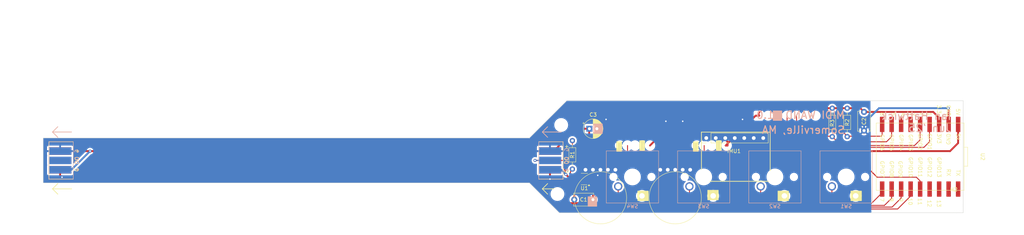
<source format=kicad_pcb>
(kicad_pcb (version 20240108) (generator "pcbnew") (generator_version "8.0")
  (layers (0 "F.Cu" signal) (31 "B.Cu" signal) (34 "B.Paste" user) (35 "F.Paste" user) (36 "B.SilkS" user "B.Silkscreen") (37 "F.SilkS" user "F.Silkscreen") (38 "B.Mask" user) (39 "F.Mask" user) (44 "Edge.Cuts" user))
  (net 0 "")
  (net 1 "/A1")
  (net 2 "+3.3V")
  (net 3 "GND")
  (net 4 "/A2")
  (net 5 "/A3")
  (net 6 "/A6")
  (net 7 "/A0")
  (net 8 "/A8")
  (net 9 "/SCL")
  (net 10 "/SDA")
  (net 11 "/A7")
  (net 12 "/A9")
  (net 13 "/D0")
  (net 17 "+5V")
  (net 18 "Net-(D1-DO)")
  (net 21 "Net-(R1-Pad1)")
  (footprint "ih_kicad:potentiometer_wheel_10mm_SMD-shield" (layer "F.Cu") (at 203 110 -90)
    (property "Reference" "RV2" (hide yes))
    (property "Value" "10k")
    (pad "1" thru_hole circle (at -7.5 4 270) (size 1.8 1.8) (drill 1) (layers "*.Cu" "*.Mask") (net 2 "+3.3V"))
    (pad "2" thru_hole circle (at -7.5 2 270) (size 1.8 1.8) (drill 1) (layers "*.Cu" "*.Mask") (net 3 "GND"))
    (pad "3" thru_hole circle (at -7.5 0 270) (size 1.8 1.8) (drill 1) (layers "*.Cu" "*.Mask"))
    (pad "4" thru_hole circle (at -7.5 -2 270) (size 1.8 1.8) (drill 1) (layers "*.Cu" "*.Mask") (net 1 "/A1"))
    (pad "5" thru_hole circle (at -7.5 -4 270) (size 1.8 1.8) (drill 1) (layers "*.Cu" "*.Mask") (net 3 "GND"))
    (pad "6" smd rect (at 2.5 -7.35 270) (size 2.6 5) (layers "F.Cu" "F.Paste" "F.Mask") (net 3 "GND"))
    (pad "6" smd rect (at 2.5 7.35 270) (size 2.6 5) (layers "F.Cu" "F.Paste" "F.Mask") (net 3 "GND"))
  )
  (footprint "Package_TO_SOT_SMD:TSOT-23-5_HandSoldering" (layer "F.Cu") (at 178.71 105 180)
    (property "Reference" "U1" (at 0 -2.45 0) (layer "F.SilkS"))
    (property "Value" "74AHCT1G125")
    (pad "1" smd roundrect (at -1.71 -0.95 180) (size 2 0.65) (layers "F.Cu" "F.Paste" "F.Mask") (net 3 "GND"))
    (pad "2" smd roundrect (at -1.71 0 180) (size 2 0.65) (layers "F.Cu" "F.Paste" "F.Mask") (net 13 "/D0"))
    (pad "3" smd roundrect (at -1.71 0.95 180) (size 2 0.65) (layers "F.Cu" "F.Paste" "F.Mask") (net 3 "GND"))
    (pad "4" smd roundrect (at 1.71 0.95 180) (size 2 0.65) (layers "F.Cu" "F.Paste" "F.Mask") (net 21 "Net-(R1-Pad1)"))
    (pad "5" smd roundrect (at 1.71 -0.95 180) (size 2 0.65) (layers "F.Cu" "F.Paste" "F.Mask") (net 17 "+5V"))
  )
  (footprint "ih_kicad:WS2812_PADS" (layer "F.Cu") (at 170 100 90)
    (property "Reference" "D1" (hide yes))
    (property "Value" "~")
    (fp_text user "+" (at 3 4.5 90) (layer "F.SilkS") (effects (justify left bottom)))
    (fp_text user "G" (at -3.5 4.541299 90) (layer "F.SilkS") (effects (justify left bottom)))
    (fp_text user "DO" (at -1.118063 4.5 90) (layer "F.SilkS") (effects (justify left bottom)))
    (pad "1" smd rect (at -2.5 -0.5 90) (size 2 6) (layers "F.Cu" "F.Paste" "F.Mask") (net 3 "GND"))
    (pad "2" smd rect (at 0 -0.5 90) (size 2 6) (layers "F.Cu" "F.Paste" "F.Mask") (net 18 "Net-(D1-DO)"))
    (pad "3" smd rect (at 2.5 -0.5 90) (size 2 6) (layers "F.Cu" "F.Paste" "F.Mask") (net 17 "+5V"))
  )
  (footprint "MountingHole:MountingHole_3.2mm_M3" (layer "F.Cu") (at 172.5 90.5)
    (property "Reference" "H4" (hide yes))
    (property "Value" "MountingHole")
    (pad "" np_thru_hole circle (at 0 0) (size 3.2 3.2) (drill 3.2) (layers "*.Cu" "*.Mask"))
  )
  (footprint "Connector_PinHeader_2.54mm:PinHeader_1x07_P2.54mm_Vertical" (layer "F.Cu") (at 211.3 94 90)
    (property "Reference" "IMU1" (at -3.5 7.41 180) (layer "F.SilkS"))
    (property "Value" "Conn_01x07_Pin" (hide yes))
    (pad "1" thru_hole rect (at 0 0 90) (size 1.7 1.7) (drill 1) (layers "*.Cu" "*.Mask") (net 2 "+3.3V"))
    (pad "2" thru_hole oval (at 0 2.54 90) (size 1.7 1.7) (drill 1) (layers "*.Cu" "*.Mask"))
    (pad "3" thru_hole oval (at 0 5.08 90) (size 1.7 1.7) (drill 1) (layers "*.Cu" "*.Mask") (net 3 "GND"))
    (pad "4" thru_hole oval (at 0 7.62 90) (size 1.7 1.7) (drill 1) (layers "*.Cu" "*.Mask") (net 9 "/SCL"))
    (pad "5" thru_hole oval (at 0 10.16 90) (size 1.7 1.7) (drill 1) (layers "*.Cu" "*.Mask") (net 10 "/SDA"))
    (pad "6" thru_hole oval (at 0 12.7 90) (size 1.7 1.7) (drill 1) (layers "*.Cu" "*.Mask"))
    (pad "7" thru_hole oval (at 0 15.24 90) (size 1.7 1.7) (drill 1) (layers "*.Cu" "*.Mask"))
  )
  (footprint "Resistor_THT:R_Axial_DIN0204_L3.6mm_D1.6mm_P7.62mm_Horizontal" (layer "F.Cu") (at 245 86 -90)
    (property "Reference" "R3" (at 4 0 90) (layer "F.SilkS"))
    (property "Value" "R")
    (pad "1" thru_hole circle (at 0 0 270) (size 1.4 1.4) (drill 0.7) (layers "*.Cu" "*.Mask") (net 2 "+3.3V"))
    (pad "2" thru_hole oval (at 7.62 0 270) (size 1.4 1.4) (drill 0.7) (layers "*.Cu" "*.Mask") (net 9 "/SCL"))
  )
  (footprint "ih_kicad:Wifiduino-ESP32S3-SMD" (layer "F.Cu") (at 268.5 99 -90)
    (property "Reference" "U2" (at 0 -16.74 -90) (layer "F.SilkS"))
    (property "Value" "~")
    (fp_text user "TX" (at 5.309999 -10.16 -90) (layer "F.SilkS") (effects (justify right)))
    (fp_text user "5V" (at -6.35 -10.16 -90) (layer "F.SilkS") (effects (justify left)))
    (fp_text user "GPIO2" (at -6.35 0 -90) (layer "F.SilkS") (effects (justify left)))
    (fp_text user "RX" (at 5.309999 -7.62 -90) (layer "F.SilkS") (effects (justify right)))
    (fp_text user "GND" (at -6.35 -7.62 90) (layer "F.SilkS") (effects (justify right)))
    (fp_text user "GPIO9" (at 1 5.309999 -90) (layer "F.SilkS") (effects (justify left)))
    (fp_text user "GPIO7" (at 1 10.16 -90) (layer "F.SilkS") (effects (justify left)))
    (fp_text user "GPIO11" (at 0 0 -90) (layer "F.SilkS") (effects (justify left)))
    (fp_text user "GPIO8" (at 1 7.62 -90) (layer "F.SilkS") (effects (justify left)))
    (fp_text user "GPIO10" (at 0 2.54 -90) (layer "F.SilkS") (effects (justify left)))
    (fp_text user "GPIO4" (at -6.120001 5.08 -90) (layer "F.SilkS") (effects (justify left)))
    (fp_text user "GPIO3" (at -6.120001 2.54 -90) (layer "F.SilkS") (effects (justify left)))
    (fp_text user "3V3" (at -6.35 -5.08 -90) (layer "F.SilkS") (effects (justify left)))
    (fp_text user "GPIO13" (at 0 -5.08 -90) (layer "F.SilkS") (effects (justify left)))
    (fp_text user "GPIO5" (at -6.120001 7.62 -90) (layer "F.SilkS") (effects (justify left)))
    (fp_text user "GPIO1" (at -6.35 -2.54 -90) (layer "F.SilkS") (effects (justify left)))
    (fp_text user "GPIO12" (at 0 -2.54 -90) (layer "F.SilkS") (effects (justify left)))
    (fp_text user "GPIO6" (at -6.120001 10.16 -90) (layer "F.SilkS") (effects (justify left)))
    (pad "1" smd custom (at -7.62 -10.16 180) (size 1.2 2) (layers "F.Cu" "F.Paste" "F.Mask") (net 17 "+5V") (options (clearance outline) (anchor rect)) (primitives (gr_poly (pts (xy -0.5 3) (xy -0.5 -0.5) (xy 0.5 -0.5) (xy 0.5 3)) (width 0.2) (fill yes))))
    (pad "2" smd custom (at -7.62 -7.62 180) (size 1.2 2) (layers "F.Cu" "F.Paste" "F.Mask") (net 3 "GND") (options (clearance outline) (anchor rect)) (primitives (gr_poly (pts (xy -0.5 3) (xy -0.5 -0.5) (xy 0.5 -0.5) (xy 0.5 3)) (width 0.2) (fill yes))))
    (pad "3" smd custom (at -7.62 -5.08 180) (size 1.2 2) (layers "F.Cu" "F.Paste" "F.Mask") (net 2 "+3.3V") (options (clearance outline) (anchor rect)) (primitives (gr_poly (pts (xy -0.5 3) (xy -0.5 -0.5) (xy 0.5 -0.5) (xy 0.5 3)) (width 0.2) (fill yes))))
    (pad "4" smd custom (at -7.62 -2.54 180) (size 1.2 2) (layers "F.Cu" "F.Paste" "F.Mask") (net 7 "/A0") (options (clearance outline) (anchor rect)) (primitives (gr_poly (pts (xy -0.5 3) (xy -0.5 -0.5) (xy 0.5 -0.5) (xy 0.5 3)) (width 0.2) (fill yes))))
    (pad "5" smd custom (at -7.62 0 180) (size 1.2 2) (layers "F.Cu" "F.Paste" "F.Mask") (net 1 "/A1") (options (clearance outline) (anchor rect)) (primitives (gr_poly (pts (xy -0.5 3) (xy -0.5 -0.5) (xy 0.5 -0.5) (xy 0.5 3)) (width 0.2) (fill yes))))
    (pad "6" smd custom (at -7.62 2.54 180) (size 1.2 2) (layers "F.Cu" "F.Paste" "F.Mask") (net 4 "/A2") (options (clearance outline) (anchor rect)) (primitives (gr_poly (pts (xy -0.5 3) (xy -0.5 -0.5) (xy 0.5 -0.5) (xy 0.5 3)) (width 0.2) (fill yes))))
    (pad "7" smd custom (at -7.62 5.08 180) (size 1.2 2) (layers "F.Cu" "F.Paste" "F.Mask") (net 5 "/A3") (options (clearance outline) (anchor rect)) (primitives (gr_poly (pts (xy -0.5 3) (xy -0.5 -0.5) (xy 0.5 -0.5) (xy 0.5 3)) (width 0.2) (fill yes))))
    (pad "8" smd custom (at -7.62 7.62 180) (size 1.2 2) (layers "F.Cu" "F.Paste" "F.Mask") (net 9 "/SCL") (options (clearance outline) (anchor rect)) (primitives (gr_poly (pts (xy -0.5 3) (xy -0.5 -0.5) (xy 0.5 -0.5) (xy 0.5 3)) (width 0.2) (fill yes))))
    (pad "9" smd custom (at -7.62 10.16 180) (size 1.2 2) (layers "F.Cu" "F.Paste" "F.Mask") (net 10 "/SDA") (options (clearance outline) (anchor rect)) (primitives (gr_poly (pts (xy -0.5 3) (xy -0.5 -0.5) (xy 0.5 -0.5) (xy 0.5 3)) (width 0.2) (fill yes))))
    (pad "10" smd custom (at 7.62 10.16) (size 1.2 2) (layers "F.Cu" "F.Paste" "F.Mask") (net 6 "/A6") (options (clearance outline) (anchor rect)) (primitives (gr_poly (pts (xy -0.5 3) (xy -0.5 -0.5) (xy 0.5 -0.5) (xy 0.5 3)) (width 0.2) (fill yes))))
    (pad "11" smd custom (at 7.62 7.62) (size 1.2 2) (layers "F.Cu" "F.Paste" "F.Mask") (net 11 "/A7") (options (clearance outline) (anchor rect)) (primitives (gr_poly (pts (xy -0.5 3) (xy -0.5 -0.5) (xy 0.5 -0.5) (xy 0.5 3)) (width 0.2) (fill yes))))
    (pad "12" smd custom (at 7.62 5.08) (size 1.2 2) (layers "F.Cu" "F.Paste" "F.Mask") (net 8 "/A8") (options (clearance outline) (anchor rect)) (primitives (gr_poly (pts (xy -0.5 3) (xy -0.5 -0.5) (xy 0.5 -0.5) (xy 0.5 3)) (width 0.2) (fill yes))))
    (pad "13" smd custom (at 7.62 2.54) (size 1.2 2) (layers "F.Cu" "F.Paste" "F.Mask") (net 12 "/A9") (options (clearance outline) (anchor rect)) (primitives (gr_poly (pts (xy -0.5 3) (xy -0.5 -0.5) (xy 0.5 -0.5) (xy 0.5 3)) (width 0.2) (fill yes))))
    (pad "14" smd custom (at 7.62 0) (size 1.2 2) (layers "F.Cu" "F.Paste" "F.Mask") (net 13 "/D0") (options (clearance outline) (anchor rect)) (primitives (gr_poly (pts (xy -0.5 3) (xy -0.5 -0.5) (xy 0.5 -0.5) (xy 0.5 3)) (width 0.2) (fill yes))))
    (pad "15" smd custom (at 7.62 -2.54) (size 1.2 2) (layers "F.Cu" "F.Paste" "F.Mask") (options (clearance outline) (anchor rect)) (primitives (gr_poly (pts (xy -0.5 3) (xy -0.5 -0.5) (xy 0.5 -0.5) (xy 0.5 3)) (width 0.2) (fill yes))))
    (pad "16" smd custom (at 7.62 -5.08) (size 1.2 2) (layers "F.Cu" "F.Paste" "F.Mask") (options (clearance outline) (anchor rect)) (primitives (gr_poly (pts (xy -0.5 3) (xy -0.5 -0.5) (xy 0.5 -0.5) (xy 0.5 3)) (width 0.2) (fill yes))))
    (pad "17" smd custom (at 7.62 -7.62) (size 1.2 2) (layers "F.Cu" "F.Paste" "F.Mask") (options (clearance outline) (anchor rect)) (primitives (gr_poly (pts (xy -0.5 3) (xy -0.5 -0.5) (xy 0.5 -0.5) (xy 0.5 3)) (width 0.2) (fill yes))))
    (pad "18" smd custom (at 7.62 -10.16) (size 1.2 2) (layers "F.Cu" "F.Paste" "F.Mask") (options (clearance outline) (anchor rect)) (primitives (gr_poly (pts (xy -0.5 3) (xy -0.5 -0.5) (xy 0.5 -0.5) (xy 0.5 3)) (width 0.2) (fill yes))))
  )
  (footprint "Resistor_THT:R_Axial_DIN0204_L3.6mm_D1.6mm_P7.62mm_Horizontal" (layer "F.Cu") (at 175.5 102.31 90)
    (property "Reference" "R1" (at 3.81 0 90) (layer "F.SilkS"))
    (property "Value" "220R")
    (pad "1" thru_hole circle (at 0 0 90) (size 1.4 1.4) (drill 0.7) (layers "*.Cu" "*.Mask") (net 21 "Net-(R1-Pad1)"))
    (pad "2" thru_hole oval (at 7.62 0 90) (size 1.4 1.4) (drill 0.7) (layers "*.Cu" "*.Mask") (net 18 "Net-(D1-DO)"))
  )
  (footprint "Capacitor_THT:C_Disc_D5.1mm_W3.2mm_P5.00mm" (layer "F.Cu") (at 253.5 92 90)
    (property "Reference" "C2" (at 2.5 0 90) (layer "F.SilkS"))
    (property "Value" "0.1uF")
    (pad "1" thru_hole circle (at 0 0 90) (size 1.6 1.6) (drill 0.8) (layers "*.Cu" "*.Mask") (net 3 "GND"))
    (pad "2" thru_hole circle (at 5 0 90) (size 1.6 1.6) (drill 0.8) (layers "*.Cu" "*.Mask") (net 2 "+3.3V"))
  )
  (footprint "ih_kicad:potentiometer_wheel_10mm_SMD-shield" (layer "F.Cu") (at 183 110 -90)
    (property "Reference" "RV1" (hide yes))
    (property "Value" "10k")
    (pad "1" thru_hole circle (at -7.5 4 270) (size 1.8 1.8) (drill 1) (layers "*.Cu" "*.Mask") (net 2 "+3.3V"))
    (pad "2" thru_hole circle (at -7.5 2 270) (size 1.8 1.8) (drill 1) (layers "*.Cu" "*.Mask") (net 3 "GND"))
    (pad "3" thru_hole circle (at -7.5 0 270) (size 1.8 1.8) (drill 1) (layers "*.Cu" "*.Mask"))
    (pad "4" thru_hole circle (at -7.5 -2 270) (size 1.8 1.8) (drill 1) (layers "*.Cu" "*.Mask") (net 7 "/A0"))
    (pad "5" thru_hole circle (at -7.5 -4 270) (size 1.8 1.8) (drill 1) (layers "*.Cu" "*.Mask") (net 3 "GND"))
    (pad "6" smd rect (at 2.5 -7.35 270) (size 2.6 5) (layers "F.Cu" "F.Paste" "F.Mask") (net 3 "GND"))
    (pad "6" smd rect (at 2.5 7.35 270) (size 2.6 5) (layers "F.Cu" "F.Paste" "F.Mask") (net 3 "GND"))
  )
  (footprint "Resistor_THT:R_Axial_DIN0204_L3.6mm_D1.6mm_P7.62mm_Horizontal" (layer "F.Cu") (at 249 86 -90)
    (property "Reference" "R2" (at 3.81 0 90) (layer "F.SilkS"))
    (property "Value" "R")
    (pad "1" thru_hole circle (at 0 0 270) (size 1.4 1.4) (drill 0.7) (layers "*.Cu" "*.Mask") (net 2 "+3.3V"))
    (pad "2" thru_hole oval (at 7.62 0 270) (size 1.4 1.4) (drill 0.7) (layers "*.Cu" "*.Mask") (net 10 "/SDA"))
  )
  (footprint "ih_kicad:WS2812_PADS" (layer "F.Cu") (at 39 100 90)
    (property "Reference" "D2" (hide yes))
    (property "Value" "~")
    (fp_text user "DO" (at -1.118063 4.603572 90) (layer "F.SilkS") (effects (justify left bottom)))
    (fp_text user "G" (at -3.110784 4.541299 90) (layer "F.SilkS") (effects (justify left bottom)))
    (fp_text user "+" (at 1.799098 4.623512 90) (layer "F.SilkS") (effects (justify left bottom)))
    (pad "1" smd rect (at -2.5 -0.5 90) (size 2 6) (layers "F.Cu" "F.Paste" "F.Mask") (net 3 "GND"))
    (pad "2" smd rect (at 0 -0.5 90) (size 2 6) (layers "F.Cu" "F.Paste" "F.Mask"))
    (pad "3" smd rect (at 2.5 -0.5 90) (size 2 6) (layers "F.Cu" "F.Paste" "F.Mask") (net 17 "+5V"))
  )
  (footprint "Capacitor_THT:CP_Radial_D5.0mm_P2.00mm" (layer "F.Cu") (at 180.044888 91.5)
    (property "Reference" "C3" (at 1 -3.75 0) (layer "F.SilkS"))
    (property "Value" "100uF")
    (pad "1" thru_hole rect (at 0 0) (size 1.6 1.6) (drill 0.8) (layers "*.Cu" "*.Mask") (net 17 "+5V"))
    (pad "2" thru_hole circle (at 2 0) (size 1.6 1.6) (drill 0.8) (layers "*.Cu" "*.Mask") (net 3 "GND"))
  )
  (footprint "MountingHole:MountingHole_3.2mm_M3" (layer "F.Cu") (at 277.5 112)
    (property "Reference" "H2" (at 0 -4.2 0) (layer "F.SilkS"))
    (property "Value" "MountingHole")
    (pad "" np_thru_hole circle (at 0 0) (size 3.2 3.2) (drill 3.2) (layers "*.Cu" "*.Mask"))
  )
  (footprint "Capacitor_THT:C_Disc_D5.1mm_W3.2mm_P5.00mm" (layer "F.Cu") (at 176 110.5)
    (property "Reference" "C1" (at 2.5 0 0) (layer "F.SilkS"))
    (property "Value" "0.1uF")
    (pad "1" thru_hole circle (at 0 0) (size 1.6 1.6) (drill 0.8) (layers "*.Cu" "*.Mask") (net 17 "+5V"))
    (pad "2" thru_hole circle (at 5 0) (size 1.6 1.6) (drill 0.8) (layers "*.Cu" "*.Mask") (net 3 "GND"))
  )
  (footprint "MountingHole:MountingHole_3.2mm_M3" (layer "F.Cu") (at 171.5 109)
    (property "Reference" "H1" (hide yes))
    (property "Value" "MountingHole")
    (pad "" np_thru_hole circle (at 0 0) (size 3.2 3.2) (drill 3.2) (layers "*.Cu" "*.Mask"))
  )
  (footprint "ih_kicad:WS2812_PADS" (layer "B.Cu") (at 39 100 -90)
    (property "Reference" "D4" (hide yes))
    (property "Value" "~")
    (fp_text user "G" (at -3.110784 -4.541299 90) (layer "B.SilkS") (effects (justify left bottom mirror)))
    (fp_text user "DO" (at -1.118063 -4.603572 90) (layer "B.SilkS") (effects (justify left bottom mirror)))
    (fp_text user "+" (at 1.799098 -4.623512 90) (layer "B.SilkS") (effects (justify left bottom mirror)))
    (pad "1" smd rect (at -2.5 0.5 270) (size 2 6) (layers "B.Cu" "B.Paste" "B.Mask") (net 3 "GND"))
    (pad "2" smd rect (at 0 0.5 270) (size 2 6) (layers "B.Cu" "B.Paste" "B.Mask"))
    (pad "3" smd rect (at 2.5 0.5 270) (size 2 6) (layers "B.Cu" "B.Paste" "B.Mask") (net 17 "+5V"))
  )
  (footprint "ih_kicad:WS2812_PADS" (layer "B.Cu") (at 170 100 -90)
    (property "Reference" "D3" (hide yes))
    (property "Value" "~")
    (fp_text user "G" (at -3.5 -4.541299 90) (layer "B.SilkS") (effects (justify left bottom mirror)))
    (fp_text user "+" (at 1.799098 -4.623512 90) (layer "B.SilkS") (effects (justify left bottom mirror)))
    (fp_text user "DO" (at -1.118063 -4.603572 90) (layer "B.SilkS") (effects (justify left bottom mirror)))
    (pad "1" smd rect (at -2.5 0.5 270) (size 2 6) (layers "B.Cu" "B.Paste" "B.Mask") (net 3 "GND"))
    (pad "2" smd rect (at 0 0.5 270) (size 2 6) (layers "B.Cu" "B.Paste" "B.Mask") (net 18 "Net-(D1-DO)"))
    (pad "3" smd rect (at 2.5 0.5 270) (size 2 6) (layers "B.Cu" "B.Paste" "B.Mask") (net 17 "+5V"))
  )
  (footprint "Button_Switch_Keyboard:SW_Cherry_MX_1.00u_PCB" (layer "B.Cu") (at 232.2 109.5)
    (property "Reference" "SW2" (at -2.54 2.794 0) (layer "B.SilkS") (effects (justify mirror)))
    (property "Value" "SW_SPST")
    (pad "" np_thru_hole circle (at -7.62 -5.08) (size 1.7 1.7) (drill 1.7) (layers "*.Cu" "*.Mask"))
    (pad "" np_thru_hole circle (at -2.54 -5.08) (size 4 4) (drill 4) (layers "*.Cu" "*.Mask"))
    (pad "" np_thru_hole circle (at 2.54 -5.08) (size 1.7 1.7) (drill 1.7) (layers "*.Cu" "*.Mask"))
    (pad "1" thru_hole circle (at 0 0) (size 2.2 2.2) (drill 1.5) (layers "*.Cu" "*.Mask") (net 3 "GND"))
    (pad "2" thru_hole circle (at -6.35 -2.54) (size 2.2 2.2) (drill 1.5) (layers "*.Cu" "*.Mask") (net 11 "/A7"))
  )
  (footprint "Button_Switch_Keyboard:SW_Cherry_MX_1.00u_PCB" (layer "B.Cu") (at 213.15 109.5)
    (property "Reference" "SW3" (at -2.54 2.794 0) (layer "B.SilkS") (effects (justify mirror)))
    (property "Value" "SW_SPST")
    (pad "" np_thru_hole circle (at -7.62 -5.08) (size 1.7 1.7) (drill 1.7) (layers "*.Cu" "*.Mask"))
    (pad "" np_thru_hole circle (at -2.54 -5.08) (size 4 4) (drill 4) (layers "*.Cu" "*.Mask"))
    (pad "" np_thru_hole circle (at 2.54 -5.08) (size 1.7 1.7) (drill 1.7) (layers "*.Cu" "*.Mask"))
    (pad "1" thru_hole circle (at 0 0) (size 2.2 2.2) (drill 1.5) (layers "*.Cu" "*.Mask") (net 3 "GND"))
    (pad "2" thru_hole circle (at -6.35 -2.54) (size 2.2 2.2) (drill 1.5) (layers "*.Cu" "*.Mask") (net 8 "/A8"))
  )
  (footprint "Button_Switch_Keyboard:SW_Cherry_MX_1.00u_PCB" (layer "B.Cu") (at 194.1 109.5)
    (property "Reference" "SW4" (at -2.54 2.794 0) (layer "B.SilkS") (effects (justify mirror)))
    (property "Value" "SW_SPST")
    (pad "" np_thru_hole circle (at -7.62 -5.08) (size 1.7 1.7) (drill 1.7) (layers "*.Cu" "*.Mask"))
    (pad "" np_thru_hole circle (at -2.54 -5.08) (size 4 4) (drill 4) (layers "*.Cu" "*.Mask"))
    (pad "" np_thru_hole circle (at 2.54 -5.08) (size 1.7 1.7) (drill 1.7) (layers "*.Cu" "*.Mask"))
    (pad "1" thru_hole circle (at 0 0) (size 2.2 2.2) (drill 1.5) (layers "*.Cu" "*.Mask") (net 3 "GND"))
    (pad "2" thru_hole circle (at -6.35 -2.54) (size 2.2 2.2) (drill 1.5) (layers "*.Cu" "*.Mask") (net 12 "/A9"))
  )
  (footprint "Button_Switch_Keyboard:SW_Cherry_MX_1.00u_PCB" (layer "B.Cu") (at 251.25 109.5)
    (property "Reference" "SW1" (at -2.54 2.794 0) (layer "B.SilkS") (effects (justify mirror)))
    (property "Value" "SW_SPST")
    (pad "" np_thru_hole circle (at -7.62 -5.08) (size 1.7 1.7) (drill 1.7) (layers "*.Cu" "*.Mask"))
    (pad "" np_thru_hole circle (at -2.54 -5.08) (size 4 4) (drill 4) (layers "*.Cu" "*.Mask"))
    (pad "" np_thru_hole circle (at 2.54 -5.08) (size 1.7 1.7) (drill 1.7) (layers "*.Cu" "*.Mask"))
    (pad "1" thru_hole circle (at 0 0) (size 2.2 2.2) (drill 1.5) (layers "*.Cu" "*.Mask") (net 3 "GND"))
    (pad "2" thru_hole circle (at -6.35 -2.54) (size 2.2 2.2) (drill 1.5) (layers "*.Cu" "*.Mask") (net 6 "/A6"))
  )
  (gr_rect (start 179.706 109.73) (end 182 112.27) (stroke (width 0.2)) (fill solid) (layer "B.SilkS"))
  (gr_rect (start 229.206 86.73) (end 231.5 89.27) (stroke (width 0.2)) (fill solid) (layer "B.SilkS"))
  (gr_rect (start 181.206 90.23) (end 183.5 92.77) (stroke (width 0.2)) (fill solid) (layer "B.SilkS"))
  (gr_rect (start 187.353 95) (end 188.647 97.54) (stroke (width 0.2)) (fill solid) (layer "F.SilkS"))
  (gr_rect (start 207.853 95) (end 209.147 97.54) (stroke (width 0.2)) (fill solid) (layer "F.SilkS"))
  (gr_rect (start 210 92.4) (end 228.4 105.6) (stroke (width 0.2)) (fill none) (layer "F.SilkS"))
  (gr_rect (start 211.706 108) (end 214.5 110.54) (stroke (width 0.2)) (fill solid) (layer "F.SilkS"))
  (gr_rect (start 193.5 94.73) (end 194.794 97.27) (stroke (width 0.2)) (fill solid) (layer "F.SilkS"))
  (gr_rect (start 230.5 108.23) (end 233.294 110.77) (stroke (width 0.2)) (fill solid) (layer "F.SilkS"))
  (gr_rect (start 214 94.73) (end 215.294 97.27) (stroke (width 0.2)) (fill solid) (layer "F.SilkS"))
  (gr_rect (start 250 108.23) (end 252.794 110.77) (stroke (width 0.2)) (fill solid) (layer "F.SilkS"))
  (gr_rect (start 193 108.23) (end 195.794 110.77) (stroke (width 0.2)) (fill solid) (layer "F.SilkS"))
  (gr_line (start 174 84) (end 280 84) (stroke (width 0.1)) (layer "Edge.Cuts"))
  (gr_line (start 164 94) (end 34 94) (stroke (width 0.1)) (layer "Edge.Cuts"))
  (gr_line (start 280 114) (end 172 114) (stroke (width 0.1)) (layer "Edge.Cuts"))
  (gr_line (start 280 84) (end 280 114) (stroke (width 0.1)) (layer "Edge.Cuts"))
  (gr_line (start 172 114) (end 164 106) (stroke (width 0.1)) (layer "Edge.Cuts"))
  (gr_line (start 34 94) (end 34 106) (stroke (width 0.1)) (layer "Edge.Cuts"))
  (gr_line (start 174 84) (end 164 94) (stroke (width 0.1)) (layer "Edge.Cuts"))
  (gr_line (start 34 106) (end 164 106) (stroke (width 0.1)) (layer "Edge.Cuts"))
  (gr_text "Ian Hattwick \nJun '25" (at 277 92.5 0) (layer "B.SilkS") (effects (font (size 2 2) (thickness 0.3) (bold yes)) (justify left bottom mirror)))
  (gr_text "Somerville, MA" (at 248.5 93 0) (layer "B.SilkS") (effects (font (size 2 2) (thickness 0.3) (bold yes)) (justify left bottom mirror)))
  (gr_text "MIDI WAND v1.0" (at 248.5 89 0) (layer "B.SilkS") (effects (font (size 2 2) (thickness 0.3) (bold yes)) (justify left bottom mirror)))
  (gr_text "2" (at 268.388 87.032 -90) (layer "F.SilkS") (effects (font (size 1 1)) (justify left bottom)))
  (gr_text "4" (at 263.308 87.032 -90) (layer "F.SilkS") (effects (font (size 1 1)) (justify left bottom)))
  (gr_text "3" (at 265.848 87.032 -90) (layer "F.SilkS") (effects (font (size 1 1)) (justify left bottom)))
  (gr_text "5V" (at 278.04 86 -90) (layer "F.SilkS") (effects (font (size 1 1)) (justify left bottom)))
  (gr_text "12" (at 270.38 110.5 -90) (layer "F.SilkS") (effects (font (size 1 1)) (justify left bottom)))
  (gr_text "11" (at 267.84 109.992 -90) (layer "F.SilkS") (effects (font (size 1 1)) (justify left bottom)))
  (gr_text "GND" (at 275.5 85 -90) (layer "F.SilkS") (effects (font (size 1 1)) (justify left bottom)))
  (gr_text "13" (at 272.92 110.5 -90) (layer "F.SilkS") (effects (font (size 1 1)) (justify left bottom)))
  (gr_text "3.3v" (at 272.96 85 -90) (layer "F.SilkS") (effects (font (size 1 1)) (justify left bottom)))
  (gr_text "1" (at 270.42 87.032 -90) (layer "F.SilkS") (effects (font (size 1 1)) (justify left bottom)))
  (gr_text "10" (at 265.3 109.992 -90) (layer "F.SilkS") (effects (font (size 1 1)) (justify left bottom)))
  (gr_text "9" (at 262.76 109.992 -90) (layer "F.SilkS") (effects (font (size 1 1)) (justify left bottom)))
  (gr_text "8" (at 260.22 109.992 -90) (layer "F.SilkS") (effects (font (size 1 1)) (justify left bottom)))
  (gr_text "6" (at 257.72 87.032 -90) (layer "F.SilkS") (effects (font (size 1 1)) (justify left bottom)))
  (gr_text "5" (at 260.768 87.032 -90) (layer "F.SilkS") (effects (font (size 1 1)) (justify left bottom)))
  (gr_text "7" (at 257.68 109.992 -90) (layer "F.SilkS") (effects (font (size 1 1)) (justify left bottom)))
  (segment (start 221.863604 98) (end 211 98) (width 0.25) (layer "F.Cu") (net 1))
  (segment (start 210.75 97.75) (end 210.75 96) (width 0.25) (layer "F.Cu") (net 1))
  (segment (start 268.5 91.38) (end 268.5 94.5) (width 0.25) (layer "F.Cu") (net 1))
  (segment (start 268.5 94.5) (end 267 96) (width 0.25) (layer "F.Cu") (net 1))
  (segment (start 223.863604 96) (end 221.863604 98) (width 0.25) (layer "F.Cu") (net 1))
  (segment (start 211 98) (end 210.75 97.75) (width 0.25) (layer "F.Cu") (net 1))
  (segment (start 267 96) (end 223.863604 96) (width 0.25) (layer "F.Cu") (net 1))
  (segment (start 225.3 87.2) (end 226.5 86) (width 0.5) (layer "F.Cu") (net 2))
  (segment (start 216.5 94.5) (end 217 95) (width 0.5) (layer "F.Cu") (net 2))
  (segment (start 217 96) (end 216.5 96) (width 0.5) (layer "F.Cu") (net 2))
  (segment (start 198.25 94) (end 203.5 94) (width 0.5) (layer "F.Cu") (net 2))
  (segment (start 273.58 91.38) (end 273.58 88.58) (width 0.5) (layer "F.Cu") (net 2))
  (segment (start 245 86) (end 249 86) (width 0.5) (layer "F.Cu") (net 2))
  (segment (start 196.25 96) (end 198.25 94) (width 0.5) (layer "F.Cu") (net 2))
  (segment (start 273.58 88.58) (end 272 87) (width 0.5) (layer "F.Cu") (net 2))
  (segment (start 225.3 88) (end 225.3 87.2) (width 0.5) (layer "F.Cu") (net 2))
  (segment (start 252.5 86) (end 253.5 87) (width 0.5) (layer "F.Cu") (net 2))
  (segment (start 216 94) (end 216.5 94.5) (width 0.5) (layer "F.Cu") (net 2))
  (segment (start 216.5 96) (end 224.5 88) (width 0.5) (layer "F.Cu") (net 2))
  (segment (start 253.5 87) (end 272 87) (width 0.5) (layer "F.Cu") (net 2))
  (segment (start 225 88) (end 225.5 88) (width 0.5) (layer "F.Cu") (net 2))
  (segment (start 224.5 88) (end 225 88) (width 0.5) (layer "F.Cu") (net 2))
  (segment (start 249 86) (end 252.5 86) (width 0.5) (layer "F.Cu") (net 2))
  (segment (start 217 95) (end 217 96) (width 0.5) (layer "F.Cu") (net 2))
  (segment (start 226.5 86) (end 245 86) (width 0.5) (layer "F.Cu") (net 2))
  (segment (start 203.5 94) (end 216 94) (width 0.5) (layer "F.Cu") (net 2))
  (segment (start 182.5 108) (end 182.5 106.5) (width 0.5) (layer "F.Cu") (net 3))
  (segment (start 182.212347 104.05) (end 182.275 103.987347) (width 0.5) (layer "F.Cu") (net 3))
  (segment (start 276.12 91.38) (end 276.12 86.12) (width 0.5) (layer "F.Cu") (net 3))
  (segment (start 182.5 106.5) (end 182 106) (width 0.5) (layer "F.Cu") (net 3))
  (segment (start 220.1 86) (end 220.1 88.1) (width 0.5) (layer "F.Cu") (net 3))
  (segment (start 38.5 102.5) (end 38.5 104) (width 0.5) (layer "F.Cu") (net 3))
  (segment (start 276.12 86.12) (end 276 86) (width 0.5) (layer "F.Cu") (net 3))
  (segment (start 199.6 86) (end 199.6 88.6) (width 0.5) (layer "F.Cu") (net 3))
  (segment (start 182 106) (end 180.5 106) (width 0.5) (layer "F.Cu") (net 3))
  (segment (start 180.42 104.05) (end 182.212347 104.05) (width 0.5) (layer "F.Cu") (net 3))
  (segment (start 181 110.5) (end 181 109.5) (width 0.5) (layer "F.Cu") (net 3))
  (segment (start 205.4 86) (end 205.4 89.1) (width 0.5) (layer "F.Cu") (net 3))
  (segment (start 38.5 104) (end 39 104.5) (width 0.5) (layer "F.Cu") (net 3))
  (segment (start 169.5 102.5) (end 169.5 105) (width 0.5) (layer "F.Cu") (net 3))
  (segment (start 184.9 88.6) (end 184.5 89) (width 0.5) (layer "F.Cu") (net 3))
  (segment (start 220.1 88.1) (end 221 89) (width 0.5) (layer "F.Cu") (net 3))
  (segment (start 199.6 88.6) (end 200.5 89.5) (width 0.5) (layer "F.Cu") (net 3))
  (segment (start 181 109.5) (end 182.5 108) (width 0.5) (layer "F.Cu") (net 3))
  (segment (start 205.4 89.1) (end 205 89.5) (width 0.5) (layer "F.Cu") (net 3))
  (segment (start 184.9 86) (end 184.9 88.6) (width 0.5) (layer "F.Cu") (net 3))
  (via (at 276 86) (size 0.8) (drill 0.4) (layers "F.Cu" "B.Cu") (net 3))
  (via (at 221 89) (size 0.8) (drill 0.4) (layers "F.Cu" "B.Cu") (net 3))
  (via (at 39 104.5) (size 0.8) (drill 0.4) (layers "F.Cu" "B.Cu") (net 3))
  (via (at 205 89.5) (size 0.8) (drill 0.4) (layers "F.Cu" "B.Cu") (net 3))
  (via (at 169.5 105) (size 0.8) (drill 0.4) (layers "F.Cu" "B.Cu") (net 3))
  (via (at 182.275 103.987347) (size 0.8) (drill 0.4) (layers "F.Cu" "B.Cu") (net 3))
  (via (at 200.5 89.5) (size 0.8) (drill 0.4) (layers "F.Cu" "B.Cu") (net 3))
  (via (at 184.5 89) (size 0.8) (drill 0.4) (layers "F.Cu" "B.Cu") (net 3))
  (segment (start 253.5 90) (end 253.5 92) (width 0.5) (layer "B.Cu") (net 3))
  (segment (start 276 86) (end 257.5 86) (width 0.5) (layer "B.Cu") (net 3))
  (segment (start 170 105.5) (end 170.5 105.5) (width 0.5) (layer "B.Cu") (net 3))
  (segment (start 169.5 105) (end 170 105.5) (width 0.5) (layer "B.Cu") (net 3))
  (segment (start 257.5 86) (end 253.5 90) (width 0.5) (layer "B.Cu") (net 3))
  (segment (start 255.5 111.5) (end 246 111.5) (width 0.25) (layer "F.Cu") (net 6))
  (segment (start 258.34 106.62) (end 258.34 108.66) (width 0.25) (layer "F.Cu") (net 6))
  (segment (start 258.34 108.66) (end 255.5 111.5) (width 0.25) (layer "F.Cu") (net 6))
  (segment (start 246 111.5) (end 244.9 110.4) (width 0.25) (layer "F.Cu") (net 6))
  (segment (start 244.9 110.4) (end 244.9 106.96) (width 0.25) (layer "F.Cu") (net 6))
  (segment (start 222 98.5) (end 191 98.5) (width 0.25) (layer "F.Cu") (net 7))
  (segment (start 260 96.5) (end 224 96.5) (width 0.25) (layer "F.Cu") (net 7))
  (segment (start 191 98.5) (end 190.25 97.75) (width 0.25) (layer "F.Cu") (net 7))
  (segment (start 269.5 96.5) (end 271 95) (width 0.25) (layer "F.Cu") (net 7))
  (segment (start 190.25 97.75) (end 190.25 96) (width 0.25) (layer "F.Cu") (net 7))
  (segment (start 224 96.5) (end 222 98.5) (width 0.25) (layer "F.Cu") (net 7))
  (segment (start 260 96.5) (end 269.5 96.5) (width 0.25) (layer "F.Cu") (net 7))
  (segment (start 271 95) (end 271 90.5) (width 0.25) (layer "F.Cu") (net 7))
  (segment (start 261 112.5) (end 209 112.5) (width 0.25) (layer "F.Cu") (net 8))
  (segment (start 263.42 106.62) (end 263.42 110.08) (width 0.25) (layer "F.Cu") (net 8))
  (segment (start 263.42 110.08) (end 261 112.5) (width 0.25) (layer "F.Cu") (net 8))
  (segment (start 209 112.5) (end 206.8 110.3) (width 0.25) (layer "F.Cu") (net 8))
  (segment (start 206.8 110.3) (end 206.8 106.96) (width 0.25) (layer "F.Cu") (net 8))
  (segment (start 232.92 91.92) (end 234.5 93.5) (width 0.25) (layer "F.Cu") (net 9))
  (segment (start 246.38 95) (end 245 93.62) (width 0.25) (layer "F.Cu") (net 9))
  (segment (start 260.88 91.38) (end 260.88 93.62) (width 0.25) (layer "F.Cu") (net 9))
  (segment (start 232.92 88) (end 232.92 91.92) (width 0.25) (layer "F.Cu") (net 9))
  (segment (start 234.5 93.5) (end 245 93.5) (width 0.25) (layer "F.Cu") (net 9))
  (segment (start 260.88 93.62) (end 259.5 95) (width 0.25) (layer "F.Cu") (net 9))
  (segment (start 259.5 95) (end 246.38 95) (width 0.25) (layer "F.Cu") (net 9))
  (segment (start 258 93.5) (end 249 93.5) (width 0.25) (layer "F.Cu") (net 10))
  (segment (start 258.34 93.16) (end 258 93.5) (width 0.25) (layer "F.Cu") (net 10))
  (segment (start 258.34 91.38) (end 258.34 93.16) (width 0.25) (layer "F.Cu") (net 10))
  (segment (start 236 92) (end 245.5 92) (width 0.25) (layer "F.Cu") (net 10))
  (segment (start 245.5 92) (end 247.5 92) (width 0.25) (layer "F.Cu") (net 10))
  (segment (start 247.5 92) (end 249 93.5) (width 0.25) (layer "F.Cu") (net 10))
  (segment (start 235.46 91.46) (end 236 92) (width 0.25) (layer "F.Cu") (net 10))
  (segment (start 235.46 88) (end 235.46 91.46) (width 0.25) (layer "F.Cu") (net 10))
  (segment (start 260.88 106.62) (end 260.88 110.12) (width 0.25) (layer "F.Cu") (net 11))
  (segment (start 226.5 112) (end 225.85 111.35) (width 0.25) (layer "F.Cu") (net 11))
  (segment (start 227.05 112.05) (end 227 112) (width 0.25) (layer "F.Cu") (net 11))
  (segment (start 225.85 111.35) (end 225.85 106.96) (width 0.25) (layer "F.Cu") (net 11))
  (segment (start 258.95 112.05) (end 227.05 112.05) (width 0.25) (layer "F.Cu") (net 11))
  (segment (start 260.88 110.12) (end 258.95 112.05) (width 0.25) (layer "F.Cu") (net 11))
  (segment (start 227 112) (end 226.5 112) (width 0.25) (layer "F.Cu") (net 11))
  (segment (start 201.5 113) (end 254 113) (width 0.25) (layer "F.Cu") (net 12))
  (segment (start 187.75 106.96) (end 187.75 108.75) (width 0.25) (layer "F.Cu") (net 12))
  (segment (start 262.5 113) (end 254 113) (width 0.25) (layer "F.Cu") (net 12))
  (segment (start 266 106.66) (end 266 109.5) (width 0.25) (layer "F.Cu") (net 12))
  (segment (start 192 113) (end 244.5 113) (width 0.25) (layer "F.Cu") (net 12))
  (segment (start 265.96 106.62) (end 266 106.66) (width 0.25) (layer "F.Cu") (net 12))
  (segment (start 187.75 108.75) (end 192 113) (width 0.25) (layer "F.Cu") (net 12))
  (segment (start 266 109.5) (end 262.5 113) (width 0.25) (layer "F.Cu") (net 12))
  (segment (start 244.5 113) (end 201.5 113) (width 0.25) (layer "F.Cu") (net 12))
  (segment (start 268.5 106.62) (end 268.5 105.5) (width 0.25) (layer "F.Cu") (net 13))
  (segment (start 268.5 105.5) (end 267.5 104.5) (width 0.25) (layer "F.Cu") (net 13))
  (segment (start 267.5 104.5) (end 257 104.5) (width 0.25) (layer "F.Cu") (net 13))
  (segment (start 184 101.5) (end 183 102.5) (width 0.25) (layer "F.Cu") (net 13))
  (segment (start 257 104.5) (end 255 102.5) (width 0.25) (layer "F.Cu") (net 13))
  (segment (start 254 101.5) (end 251 101.5) (width 0.25) (layer "F.Cu") (net 13))
  (segment (start 183 104.5) (end 182.5 105) (width 0.25) (layer "F.Cu") (net 13))
  (segment (start 251 101.5) (end 225.5 101.5) (width 0.25) (layer "F.Cu") (net 13))
  (segment (start 257 104.5) (end 254 101.5) (width 0.25) (layer "F.Cu") (net 13))
  (segment (start 182.5 105) (end 180.5 105) (width 0.25) (layer "F.Cu") (net 13))
  (segment (start 183 102.5) (end 183 104.5) (width 0.25) (layer "F.Cu") (net 13))
  (segment (start 225.5 101.5) (end 184 101.5) (width 0.25) (layer "F.Cu") (net 13))
  (segment (start 173.5 103.5) (end 173.5 101.5) (width 0.5) (layer "F.Cu") (net 17))
  (segment (start 47.5 97.5) (end 38.5 97.5) (width 0.5) (layer "F.Cu") (net 17))
  (segment (start 278.66 91.38) (end 278.66 95.34) (width 0.5) (layer "F.Cu") (net 17))
  (segment (start 46.5 97.5) (end 47.5 97.5) (width 0.5) (layer "F.Cu") (net 17))
  (segment (start 180 99.5) (end 180 91.5) (width 0.5) (layer "F.Cu") (net 17))
  (segment (start 175.5 99.5) (end 180 99.5) (width 0.5) (layer "F.Cu") (net 17))
  (segment (start 175.5 105.5) (end 173.75 103.75) (width 0.5) (layer "F.Cu") (net 17))
  (segment (start 173.75 103.75) (end 173.5 103.5) (width 0.5) (layer "F.Cu") (net 17))
  (segment (start 176 110.5) (end 176 106) (width 0.5) (layer "F.Cu") (net 17))
  (segment (start 278.66 95.34) (end 276.5 97.5) (width 0.5) (layer "F.Cu") (net 17))
  (segment (start 222.5 99.5) (end 180 99.5) (width 0.5) (layer "F.Cu") (net 17))
  (segment (start 276.5 97.5) (end 224.5 97.5) (width 0.5) (layer "F.Cu") (net 17))
  (segment (start 177 105.95) (end 175.95 105.95) (width 0.5) (layer "F.Cu") (net 17))
  (segment (start 170.5 97.5) (end 47.5 97.5) (width 0.5) (layer "F.Cu") (net 17))
  (segment (start 224.5 97.5) (end 222.5 99.5) (width 0.5) (layer "F.Cu") (net 17))
  (segment (start 176 106) (end 175.5 105.5) (width 0.5) (layer "F.Cu") (net 17))
  (segment (start 175.95 105.95) (end 175.5 105.5) (width 0.5) (layer "F.Cu") (net 17))
  (segment (start 173.5 101.5) (end 175.5 99.5) (width 0.5) (layer "F.Cu") (net 17))
  (segment (start 176.5 91.5) (end 170.5 97.5) (width 0.5) (layer "F.Cu") (net 17))
  (segment (start 180 91.5) (end 176.5 91.5) (width 0.5) (layer "F.Cu") (net 17))
  (via (at 46.5 97.5) (size 0.8) (drill 0.4) (layers "F.Cu" "B.Cu") (net 17))
  (via (at 173.75 103.75) (size 0.8) (drill 0.4) (layers "F.Cu" "B.Cu") (net 17))
  (segment (start 38.5 102.5) (end 41.5 102.5) (width 0.5) (layer "B.Cu") (net 17))
  (segment (start 169.5 102.5) (end 172.5 102.5) (width 0.5) (layer "B.Cu") (net 17))
  (segment (start 41.5 102.5) (end 45.5 98.5) (width 0.5) (layer "B.Cu") (net 17))
  (segment (start 45.5 98.5) (end 46.5 97.5) (width 0.5) (layer "B.Cu") (net 17))
  (segment (start 172.5 102.5) (end 173.75 103.75) (width 0.5) (layer "B.Cu") (net 17))
  (segment (start 174 100) (end 175.5 98.5) (width 0.25) (layer "F.Cu") (net 18))
  (segment (start 175.5 98.5) (end 175.5 95) (width 0.25) (layer "F.Cu") (net 18))
  (segment (start 175.5 95) (end 175.5 94.5) (width 0.25) (layer "F.Cu") (net 18))
  (segment (start 169.5 100) (end 165.5 100) (width 0.25) (layer "F.Cu") (net 18))
  (segment (start 169.5 100) (end 174 100) (width 0.25) (layer "F.Cu") (net 18))
  (via (at 165.5 100) (size 0.8) (drill 0.4) (layers "F.Cu" "B.Cu") (net 18))
  (segment (start 165.5 100) (end 169.5 100) (width 0.25) (layer "B.Cu") (net 18))
  (segment (start 175.5 104) (end 175 103.5) (width 0.25) (layer "F.Cu") (net 21))
  (segment (start 177 104.05) (end 175.55 104.05) (width 0.25) (layer "F.Cu") (net 21))
  (segment (start 175 103) (end 175.5 102.5) (width 0.25) (layer "F.Cu") (net 21))
  (segment (start 175.55 104.05) (end 175.5 104) (width 0.25) (layer "F.Cu") (net 21))
  (segment (start 175 103.5) (end 175 103) (width 0.25) (layer "F.Cu") (net 21))
  (zone (net 3) (net_name "GND") (layer "B.Cu") (connect_pads (clearance 0.5)) (min_thickness 0.25) (fill yes (thermal_gap 0.5) (thermal_bridge_width 0.5))
    (polygon (pts (xy 24 57) (xy 255 59) (xy 255.5 120) (xy 26 117.5)))
  )
)
</source>
